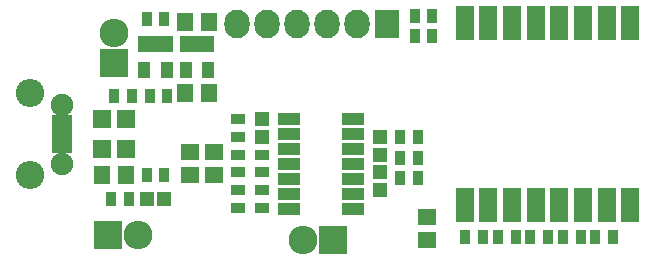
<source format=gbs>
G04 #@! TF.FileFunction,Soldermask,Bot*
%FSLAX46Y46*%
G04 Gerber Fmt 4.6, Leading zero omitted, Abs format (unit mm)*
G04 Created by KiCad (PCBNEW 4.0.2+dfsg1-stable) date Mon Jul 16 14:53:24 2018*
%MOMM*%
G01*
G04 APERTURE LIST*
%ADD10C,0.350000*%
%ADD11R,1.500000X2.900000*%
%ADD12R,2.432000X2.432000*%
%ADD13O,2.432000X2.432000*%
%ADD14R,1.150000X1.200000*%
%ADD15R,1.400000X1.650000*%
%ADD16R,1.200000X1.150000*%
%ADD17R,1.650000X1.400000*%
%ADD18R,1.598880X1.598880*%
%ADD19R,2.127200X2.432000*%
%ADD20O,2.127200X2.432000*%
%ADD21R,1.750000X0.700000*%
%ADD22O,1.900000X1.900000*%
%ADD23O,2.400000X2.400000*%
%ADD24R,0.900000X1.300000*%
%ADD25R,1.300000X0.900000*%
%ADD26R,1.900000X1.000000*%
%ADD27R,1.050000X1.460000*%
G04 APERTURE END LIST*
D10*
D11*
X52700000Y-17500000D03*
X50700000Y-17500000D03*
X48700000Y-17500000D03*
X46700000Y-17500000D03*
X44700000Y-17500000D03*
X42700000Y-17500000D03*
X40700000Y-17500000D03*
X38700000Y-17500000D03*
X38700000Y-2100000D03*
X40700000Y-2100000D03*
X42700000Y-2100000D03*
X44700000Y-2100000D03*
X46700000Y-2100000D03*
X48700000Y-2100000D03*
X50700000Y-2100000D03*
X52700000Y-2100000D03*
D12*
X9000000Y-5500000D03*
D13*
X9000000Y-2960000D03*
D14*
X31500000Y-11750000D03*
X31500000Y-13250000D03*
D15*
X10000000Y-15000000D03*
X8000000Y-15000000D03*
D16*
X13250000Y-17000000D03*
X11750000Y-17000000D03*
D14*
X31500000Y-16250000D03*
X31500000Y-14750000D03*
D17*
X17500000Y-13000000D03*
X17500000Y-15000000D03*
D14*
X21500000Y-10250000D03*
X21500000Y-11750000D03*
D15*
X17000000Y-2000000D03*
X15000000Y-2000000D03*
X17000000Y-8000000D03*
X15000000Y-8000000D03*
D18*
X10049020Y-10250000D03*
X7950980Y-10250000D03*
X10049020Y-12750000D03*
X7950980Y-12750000D03*
D12*
X8500000Y-20000000D03*
D13*
X11040000Y-20000000D03*
D19*
X32100000Y-2200000D03*
D20*
X29560000Y-2200000D03*
X27020000Y-2200000D03*
X24480000Y-2200000D03*
X21940000Y-2200000D03*
X19400000Y-2200000D03*
D21*
X4562540Y-12800900D03*
X4562540Y-12150900D03*
X4562540Y-11500900D03*
X4562540Y-10850900D03*
X4562540Y-10200900D03*
D22*
X4562540Y-14000900D03*
X4562540Y-9000900D03*
D23*
X1862540Y-15000900D03*
X1862540Y-8000900D03*
D24*
X11750000Y-15000000D03*
X13250000Y-15000000D03*
X10250000Y-17000000D03*
X8750000Y-17000000D03*
X34750000Y-15250000D03*
X33250000Y-15250000D03*
X49750000Y-20250000D03*
X51250000Y-20250000D03*
D25*
X21500000Y-13250000D03*
X21500000Y-14750000D03*
X19500000Y-14750000D03*
X19500000Y-13250000D03*
D24*
X34750000Y-13500000D03*
X33250000Y-13500000D03*
D25*
X19500000Y-11750000D03*
X19500000Y-10250000D03*
X19500000Y-16250000D03*
X19500000Y-17750000D03*
X21500000Y-16250000D03*
X21500000Y-17750000D03*
D24*
X34450000Y-3200000D03*
X35950000Y-3200000D03*
X34450000Y-1500000D03*
X35950000Y-1500000D03*
X38750000Y-20250000D03*
X40250000Y-20250000D03*
X41500000Y-20250000D03*
X43000000Y-20250000D03*
X44250000Y-20250000D03*
X45750000Y-20250000D03*
X47000000Y-20250000D03*
X48500000Y-20250000D03*
X11750000Y-1750000D03*
X13250000Y-1750000D03*
X9000000Y-8250000D03*
X10500000Y-8250000D03*
X12000000Y-8250000D03*
X13500000Y-8250000D03*
D12*
X27500000Y-20500000D03*
D13*
X24960000Y-20500000D03*
D26*
X23800000Y-17810000D03*
X23800000Y-16540000D03*
X23800000Y-15270000D03*
X23800000Y-14000000D03*
X23800000Y-12730000D03*
X23800000Y-11460000D03*
X23800000Y-10190000D03*
X29200000Y-10190000D03*
X29200000Y-11460000D03*
X29200000Y-12730000D03*
X29200000Y-14000000D03*
X29200000Y-15270000D03*
X29200000Y-16540000D03*
X29200000Y-17810000D03*
D27*
X15050000Y-3900000D03*
X16000000Y-3900000D03*
X16950000Y-3900000D03*
X16950000Y-6100000D03*
X15050000Y-6100000D03*
X11550000Y-3900000D03*
X12500000Y-3900000D03*
X13450000Y-3900000D03*
X13450000Y-6100000D03*
X11550000Y-6100000D03*
D24*
X33250000Y-11750000D03*
X34750000Y-11750000D03*
D17*
X35500000Y-18500000D03*
X35500000Y-20500000D03*
X15400000Y-13000000D03*
X15400000Y-15000000D03*
M02*

</source>
